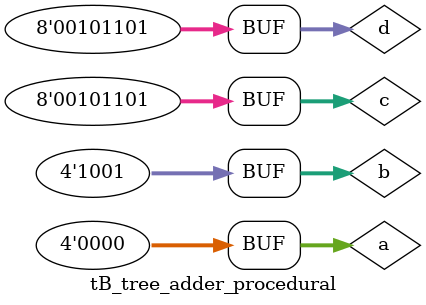
<source format=v>
`timescale 1us/1ns
module tB_tree_adder_procedural();
	
   reg [3:0] a, b;
   reg [7:0] c, d;
   wire [4:0] sum1;
   wire [8:0] sum2;
   wire [9:0] sum3;
	
    // Instantiate the DUT
    tree_adder_procedural ADD(
       .a(a),
       .b(b),
       .c(c),
       .d(d),
       .sum1(sum1),
       .sum2(sum2),
       .sum3(sum3)      
    );
  
    // Create stimulus
    initial begin
      $monitor(" a = %d, b = %d, c = %d, d = %d, sum1 = %d, sum2 = %d, sum3 = %d",
                 a ,b ,c, d, sum1, sum2, sum3);
       #1; a = 4'd0  ; b = 4'd3  ; c = 8'd1 ; d = 8'd255 ;
       #1; a = 4'd10 ; b = 4'd13 ; c = 8'd9 ; d = 8'd10 ;
       #1; a = 4'd15 ; b = 4'd15 ; c = 8'd109 ; d = 8'd37 ;
       #1; a = 4'd0  ; b = 4'd9  ; c = 8'd45 ; d = 8'd45 ;
       #1;
    end
  
endmodule

/*
Output:
#  a =  x, b =  x, c =   x, d =   x, sum1 =  x, sum2 =   x, sum3 =    x
#  a =  0, b =  3, c =   1, d = 255, sum1 =  3, sum2 = 256, sum3 =  259
#  a = 10, b = 13, c =   9, d =  10, sum1 = 23, sum2 =  19, sum3 =   42
#  a = 15, b = 15, c = 109, d =  37, sum1 = 30, sum2 = 146, sum3 =  176
#  a =  0, b =  9, c =  45, d =  45, sum1 =  9, sum2 =  90, sum3 =   99
*/
</source>
